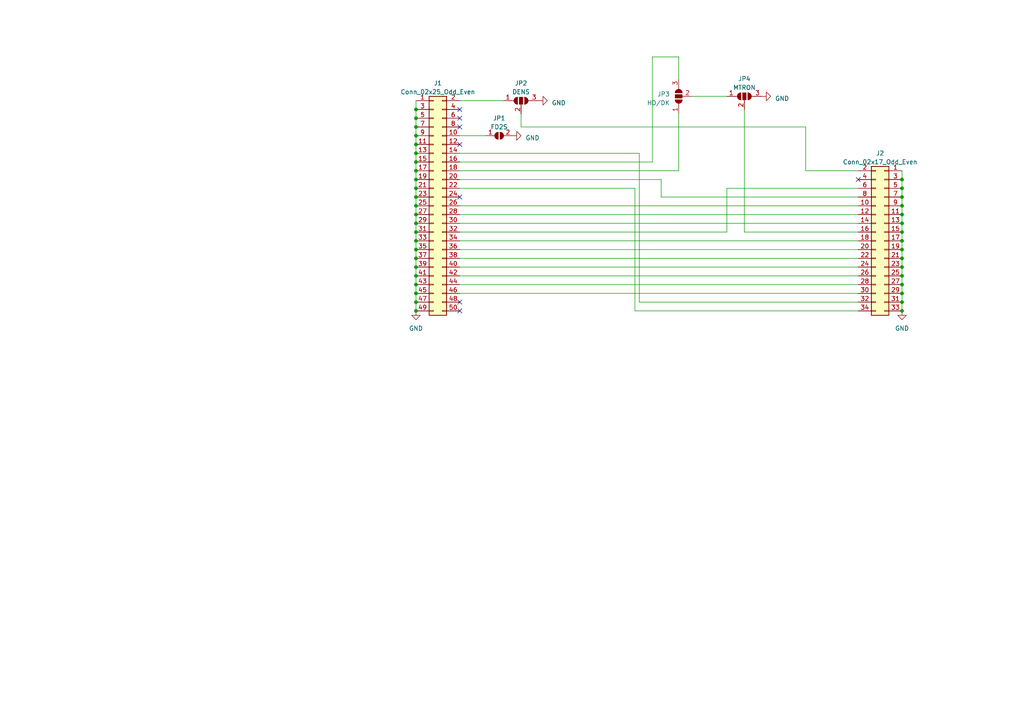
<source format=kicad_sch>
(kicad_sch (version 20230121) (generator eeschema)

  (uuid db3b844b-1b53-432e-aedc-54d28d814540)

  (paper "A4")

  (lib_symbols
    (symbol "Connector_Generic:Conn_02x17_Odd_Even" (pin_names (offset 1.016) hide) (in_bom yes) (on_board yes)
      (property "Reference" "J" (at 1.27 22.86 0)
        (effects (font (size 1.27 1.27)))
      )
      (property "Value" "Conn_02x17_Odd_Even" (at 1.27 -22.86 0)
        (effects (font (size 1.27 1.27)))
      )
      (property "Footprint" "" (at 0 0 0)
        (effects (font (size 1.27 1.27)) hide)
      )
      (property "Datasheet" "~" (at 0 0 0)
        (effects (font (size 1.27 1.27)) hide)
      )
      (property "ki_keywords" "connector" (at 0 0 0)
        (effects (font (size 1.27 1.27)) hide)
      )
      (property "ki_description" "Generic connector, double row, 02x17, odd/even pin numbering scheme (row 1 odd numbers, row 2 even numbers), script generated (kicad-library-utils/schlib/autogen/connector/)" (at 0 0 0)
        (effects (font (size 1.27 1.27)) hide)
      )
      (property "ki_fp_filters" "Connector*:*_2x??_*" (at 0 0 0)
        (effects (font (size 1.27 1.27)) hide)
      )
      (symbol "Conn_02x17_Odd_Even_1_1"
        (rectangle (start -1.27 -20.193) (end 0 -20.447)
          (stroke (width 0.1524) (type default))
          (fill (type none))
        )
        (rectangle (start -1.27 -17.653) (end 0 -17.907)
          (stroke (width 0.1524) (type default))
          (fill (type none))
        )
        (rectangle (start -1.27 -15.113) (end 0 -15.367)
          (stroke (width 0.1524) (type default))
          (fill (type none))
        )
        (rectangle (start -1.27 -12.573) (end 0 -12.827)
          (stroke (width 0.1524) (type default))
          (fill (type none))
        )
        (rectangle (start -1.27 -10.033) (end 0 -10.287)
          (stroke (width 0.1524) (type default))
          (fill (type none))
        )
        (rectangle (start -1.27 -7.493) (end 0 -7.747)
          (stroke (width 0.1524) (type default))
          (fill (type none))
        )
        (rectangle (start -1.27 -4.953) (end 0 -5.207)
          (stroke (width 0.1524) (type default))
          (fill (type none))
        )
        (rectangle (start -1.27 -2.413) (end 0 -2.667)
          (stroke (width 0.1524) (type default))
          (fill (type none))
        )
        (rectangle (start -1.27 0.127) (end 0 -0.127)
          (stroke (width 0.1524) (type default))
          (fill (type none))
        )
        (rectangle (start -1.27 2.667) (end 0 2.413)
          (stroke (width 0.1524) (type default))
          (fill (type none))
        )
        (rectangle (start -1.27 5.207) (end 0 4.953)
          (stroke (width 0.1524) (type default))
          (fill (type none))
        )
        (rectangle (start -1.27 7.747) (end 0 7.493)
          (stroke (width 0.1524) (type default))
          (fill (type none))
        )
        (rectangle (start -1.27 10.287) (end 0 10.033)
          (stroke (width 0.1524) (type default))
          (fill (type none))
        )
        (rectangle (start -1.27 12.827) (end 0 12.573)
          (stroke (width 0.1524) (type default))
          (fill (type none))
        )
        (rectangle (start -1.27 15.367) (end 0 15.113)
          (stroke (width 0.1524) (type default))
          (fill (type none))
        )
        (rectangle (start -1.27 17.907) (end 0 17.653)
          (stroke (width 0.1524) (type default))
          (fill (type none))
        )
        (rectangle (start -1.27 20.447) (end 0 20.193)
          (stroke (width 0.1524) (type default))
          (fill (type none))
        )
        (rectangle (start -1.27 21.59) (end 3.81 -21.59)
          (stroke (width 0.254) (type default))
          (fill (type background))
        )
        (rectangle (start 3.81 -20.193) (end 2.54 -20.447)
          (stroke (width 0.1524) (type default))
          (fill (type none))
        )
        (rectangle (start 3.81 -17.653) (end 2.54 -17.907)
          (stroke (width 0.1524) (type default))
          (fill (type none))
        )
        (rectangle (start 3.81 -15.113) (end 2.54 -15.367)
          (stroke (width 0.1524) (type default))
          (fill (type none))
        )
        (rectangle (start 3.81 -12.573) (end 2.54 -12.827)
          (stroke (width 0.1524) (type default))
          (fill (type none))
        )
        (rectangle (start 3.81 -10.033) (end 2.54 -10.287)
          (stroke (width 0.1524) (type default))
          (fill (type none))
        )
        (rectangle (start 3.81 -7.493) (end 2.54 -7.747)
          (stroke (width 0.1524) (type default))
          (fill (type none))
        )
        (rectangle (start 3.81 -4.953) (end 2.54 -5.207)
          (stroke (width 0.1524) (type default))
          (fill (type none))
        )
        (rectangle (start 3.81 -2.413) (end 2.54 -2.667)
          (stroke (width 0.1524) (type default))
          (fill (type none))
        )
        (rectangle (start 3.81 0.127) (end 2.54 -0.127)
          (stroke (width 0.1524) (type default))
          (fill (type none))
        )
        (rectangle (start 3.81 2.667) (end 2.54 2.413)
          (stroke (width 0.1524) (type default))
          (fill (type none))
        )
        (rectangle (start 3.81 5.207) (end 2.54 4.953)
          (stroke (width 0.1524) (type default))
          (fill (type none))
        )
        (rectangle (start 3.81 7.747) (end 2.54 7.493)
          (stroke (width 0.1524) (type default))
          (fill (type none))
        )
        (rectangle (start 3.81 10.287) (end 2.54 10.033)
          (stroke (width 0.1524) (type default))
          (fill (type none))
        )
        (rectangle (start 3.81 12.827) (end 2.54 12.573)
          (stroke (width 0.1524) (type default))
          (fill (type none))
        )
        (rectangle (start 3.81 15.367) (end 2.54 15.113)
          (stroke (width 0.1524) (type default))
          (fill (type none))
        )
        (rectangle (start 3.81 17.907) (end 2.54 17.653)
          (stroke (width 0.1524) (type default))
          (fill (type none))
        )
        (rectangle (start 3.81 20.447) (end 2.54 20.193)
          (stroke (width 0.1524) (type default))
          (fill (type none))
        )
        (pin passive line (at -5.08 20.32 0) (length 3.81)
          (name "Pin_1" (effects (font (size 1.27 1.27))))
          (number "1" (effects (font (size 1.27 1.27))))
        )
        (pin passive line (at 7.62 10.16 180) (length 3.81)
          (name "Pin_10" (effects (font (size 1.27 1.27))))
          (number "10" (effects (font (size 1.27 1.27))))
        )
        (pin passive line (at -5.08 7.62 0) (length 3.81)
          (name "Pin_11" (effects (font (size 1.27 1.27))))
          (number "11" (effects (font (size 1.27 1.27))))
        )
        (pin passive line (at 7.62 7.62 180) (length 3.81)
          (name "Pin_12" (effects (font (size 1.27 1.27))))
          (number "12" (effects (font (size 1.27 1.27))))
        )
        (pin passive line (at -5.08 5.08 0) (length 3.81)
          (name "Pin_13" (effects (font (size 1.27 1.27))))
          (number "13" (effects (font (size 1.27 1.27))))
        )
        (pin passive line (at 7.62 5.08 180) (length 3.81)
          (name "Pin_14" (effects (font (size 1.27 1.27))))
          (number "14" (effects (font (size 1.27 1.27))))
        )
        (pin passive line (at -5.08 2.54 0) (length 3.81)
          (name "Pin_15" (effects (font (size 1.27 1.27))))
          (number "15" (effects (font (size 1.27 1.27))))
        )
        (pin passive line (at 7.62 2.54 180) (length 3.81)
          (name "Pin_16" (effects (font (size 1.27 1.27))))
          (number "16" (effects (font (size 1.27 1.27))))
        )
        (pin passive line (at -5.08 0 0) (length 3.81)
          (name "Pin_17" (effects (font (size 1.27 1.27))))
          (number "17" (effects (font (size 1.27 1.27))))
        )
        (pin passive line (at 7.62 0 180) (length 3.81)
          (name "Pin_18" (effects (font (size 1.27 1.27))))
          (number "18" (effects (font (size 1.27 1.27))))
        )
        (pin passive line (at -5.08 -2.54 0) (length 3.81)
          (name "Pin_19" (effects (font (size 1.27 1.27))))
          (number "19" (effects (font (size 1.27 1.27))))
        )
        (pin passive line (at 7.62 20.32 180) (length 3.81)
          (name "Pin_2" (effects (font (size 1.27 1.27))))
          (number "2" (effects (font (size 1.27 1.27))))
        )
        (pin passive line (at 7.62 -2.54 180) (length 3.81)
          (name "Pin_20" (effects (font (size 1.27 1.27))))
          (number "20" (effects (font (size 1.27 1.27))))
        )
        (pin passive line (at -5.08 -5.08 0) (length 3.81)
          (name "Pin_21" (effects (font (size 1.27 1.27))))
          (number "21" (effects (font (size 1.27 1.27))))
        )
        (pin passive line (at 7.62 -5.08 180) (length 3.81)
          (name "Pin_22" (effects (font (size 1.27 1.27))))
          (number "22" (effects (font (size 1.27 1.27))))
        )
        (pin passive line (at -5.08 -7.62 0) (length 3.81)
          (name "Pin_23" (effects (font (size 1.27 1.27))))
          (number "23" (effects (font (size 1.27 1.27))))
        )
        (pin passive line (at 7.62 -7.62 180) (length 3.81)
          (name "Pin_24" (effects (font (size 1.27 1.27))))
          (number "24" (effects (font (size 1.27 1.27))))
        )
        (pin passive line (at -5.08 -10.16 0) (length 3.81)
          (name "Pin_25" (effects (font (size 1.27 1.27))))
          (number "25" (effects (font (size 1.27 1.27))))
        )
        (pin passive line (at 7.62 -10.16 180) (length 3.81)
          (name "Pin_26" (effects (font (size 1.27 1.27))))
          (number "26" (effects (font (size 1.27 1.27))))
        )
        (pin passive line (at -5.08 -12.7 0) (length 3.81)
          (name "Pin_27" (effects (font (size 1.27 1.27))))
          (number "27" (effects (font (size 1.27 1.27))))
        )
        (pin passive line (at 7.62 -12.7 180) (length 3.81)
          (name "Pin_28" (effects (font (size 1.27 1.27))))
          (number "28" (effects (font (size 1.27 1.27))))
        )
        (pin passive line (at -5.08 -15.24 0) (length 3.81)
          (name "Pin_29" (effects (font (size 1.27 1.27))))
          (number "29" (effects (font (size 1.27 1.27))))
        )
        (pin passive line (at -5.08 17.78 0) (length 3.81)
          (name "Pin_3" (effects (font (size 1.27 1.27))))
          (number "3" (effects (font (size 1.27 1.27))))
        )
        (pin passive line (at 7.62 -15.24 180) (length 3.81)
          (name "Pin_30" (effects (font (size 1.27 1.27))))
          (number "30" (effects (font (size 1.27 1.27))))
        )
        (pin passive line (at -5.08 -17.78 0) (length 3.81)
          (name "Pin_31" (effects (font (size 1.27 1.27))))
          (number "31" (effects (font (size 1.27 1.27))))
        )
        (pin passive line (at 7.62 -17.78 180) (length 3.81)
          (name "Pin_32" (effects (font (size 1.27 1.27))))
          (number "32" (effects (font (size 1.27 1.27))))
        )
        (pin passive line (at -5.08 -20.32 0) (length 3.81)
          (name "Pin_33" (effects (font (size 1.27 1.27))))
          (number "33" (effects (font (size 1.27 1.27))))
        )
        (pin passive line (at 7.62 -20.32 180) (length 3.81)
          (name "Pin_34" (effects (font (size 1.27 1.27))))
          (number "34" (effects (font (size 1.27 1.27))))
        )
        (pin passive line (at 7.62 17.78 180) (length 3.81)
          (name "Pin_4" (effects (font (size 1.27 1.27))))
          (number "4" (effects (font (size 1.27 1.27))))
        )
        (pin passive line (at -5.08 15.24 0) (length 3.81)
          (name "Pin_5" (effects (font (size 1.27 1.27))))
          (number "5" (effects (font (size 1.27 1.27))))
        )
        (pin passive line (at 7.62 15.24 180) (length 3.81)
          (name "Pin_6" (effects (font (size 1.27 1.27))))
          (number "6" (effects (font (size 1.27 1.27))))
        )
        (pin passive line (at -5.08 12.7 0) (length 3.81)
          (name "Pin_7" (effects (font (size 1.27 1.27))))
          (number "7" (effects (font (size 1.27 1.27))))
        )
        (pin passive line (at 7.62 12.7 180) (length 3.81)
          (name "Pin_8" (effects (font (size 1.27 1.27))))
          (number "8" (effects (font (size 1.27 1.27))))
        )
        (pin passive line (at -5.08 10.16 0) (length 3.81)
          (name "Pin_9" (effects (font (size 1.27 1.27))))
          (number "9" (effects (font (size 1.27 1.27))))
        )
      )
    )
    (symbol "Connector_Generic:Conn_02x25_Odd_Even" (pin_names (offset 1.016) hide) (in_bom yes) (on_board yes)
      (property "Reference" "J" (at 1.27 33.02 0)
        (effects (font (size 1.27 1.27)))
      )
      (property "Value" "Conn_02x25_Odd_Even" (at 1.27 -33.02 0)
        (effects (font (size 1.27 1.27)))
      )
      (property "Footprint" "" (at 0 0 0)
        (effects (font (size 1.27 1.27)) hide)
      )
      (property "Datasheet" "~" (at 0 0 0)
        (effects (font (size 1.27 1.27)) hide)
      )
      (property "ki_keywords" "connector" (at 0 0 0)
        (effects (font (size 1.27 1.27)) hide)
      )
      (property "ki_description" "Generic connector, double row, 02x25, odd/even pin numbering scheme (row 1 odd numbers, row 2 even numbers), script generated (kicad-library-utils/schlib/autogen/connector/)" (at 0 0 0)
        (effects (font (size 1.27 1.27)) hide)
      )
      (property "ki_fp_filters" "Connector*:*_2x??_*" (at 0 0 0)
        (effects (font (size 1.27 1.27)) hide)
      )
      (symbol "Conn_02x25_Odd_Even_1_1"
        (rectangle (start -1.27 -30.353) (end 0 -30.607)
          (stroke (width 0.1524) (type default))
          (fill (type none))
        )
        (rectangle (start -1.27 -27.813) (end 0 -28.067)
          (stroke (width 0.1524) (type default))
          (fill (type none))
        )
        (rectangle (start -1.27 -25.273) (end 0 -25.527)
          (stroke (width 0.1524) (type default))
          (fill (type none))
        )
        (rectangle (start -1.27 -22.733) (end 0 -22.987)
          (stroke (width 0.1524) (type default))
          (fill (type none))
        )
        (rectangle (start -1.27 -20.193) (end 0 -20.447)
          (stroke (width 0.1524) (type default))
          (fill (type none))
        )
        (rectangle (start -1.27 -17.653) (end 0 -17.907)
          (stroke (width 0.1524) (type default))
          (fill (type none))
        )
        (rectangle (start -1.27 -15.113) (end 0 -15.367)
          (stroke (width 0.1524) (type default))
          (fill (type none))
        )
        (rectangle (start -1.27 -12.573) (end 0 -12.827)
          (stroke (width 0.1524) (type default))
          (fill (type none))
        )
        (rectangle (start -1.27 -10.033) (end 0 -10.287)
          (stroke (width 0.1524) (type default))
          (fill (type none))
        )
        (rectangle (start -1.27 -7.493) (end 0 -7.747)
          (stroke (width 0.1524) (type default))
          (fill (type none))
        )
        (rectangle (start -1.27 -4.953) (end 0 -5.207)
          (stroke (width 0.1524) (type default))
          (fill (type none))
        )
        (rectangle (start -1.27 -2.413) (end 0 -2.667)
          (stroke (width 0.1524) (type default))
          (fill (type none))
        )
        (rectangle (start -1.27 0.127) (end 0 -0.127)
          (stroke (width 0.1524) (type default))
          (fill (type none))
        )
        (rectangle (start -1.27 2.667) (end 0 2.413)
          (stroke (width 0.1524) (type default))
          (fill (type none))
        )
        (rectangle (start -1.27 5.207) (end 0 4.953)
          (stroke (width 0.1524) (type default))
          (fill (type none))
        )
        (rectangle (start -1.27 7.747) (end 0 7.493)
          (stroke (width 0.1524) (type default))
          (fill (type none))
        )
        (rectangle (start -1.27 10.287) (end 0 10.033)
          (stroke (width 0.1524) (type default))
          (fill (type none))
        )
        (rectangle (start -1.27 12.827) (end 0 12.573)
          (stroke (width 0.1524) (type default))
          (fill (type none))
        )
        (rectangle (start -1.27 15.367) (end 0 15.113)
          (stroke (width 0.1524) (type default))
          (fill (type none))
        )
        (rectangle (start -1.27 17.907) (end 0 17.653)
          (stroke (width 0.1524) (type default))
          (fill (type none))
        )
        (rectangle (start -1.27 20.447) (end 0 20.193)
          (stroke (width 0.1524) (type default))
          (fill (type none))
        )
        (rectangle (start -1.27 22.987) (end 0 22.733)
          (stroke (width 0.1524) (type default))
          (fill (type none))
        )
        (rectangle (start -1.27 25.527) (end 0 25.273)
          (stroke (width 0.1524) (type default))
          (fill (type none))
        )
        (rectangle (start -1.27 28.067) (end 0 27.813)
          (stroke (width 0.1524) (type default))
          (fill (type none))
        )
        (rectangle (start -1.27 30.607) (end 0 30.353)
          (stroke (width 0.1524) (type default))
          (fill (type none))
        )
        (rectangle (start -1.27 31.75) (end 3.81 -31.75)
          (stroke (width 0.254) (type default))
          (fill (type background))
        )
        (rectangle (start 3.81 -30.353) (end 2.54 -30.607)
          (stroke (width 0.1524) (type default))
          (fill (type none))
        )
        (rectangle (start 3.81 -27.813) (end 2.54 -28.067)
          (stroke (width 0.1524) (type default))
          (fill (type none))
        )
        (rectangle (start 3.81 -25.273) (end 2.54 -25.527)
          (stroke (width 0.1524) (type default))
          (fill (type none))
        )
        (rectangle (start 3.81 -22.733) (end 2.54 -22.987)
          (stroke (width 0.1524) (type default))
          (fill (type none))
        )
        (rectangle (start 3.81 -20.193) (end 2.54 -20.447)
          (stroke (width 0.1524) (type default))
          (fill (type none))
        )
        (rectangle (start 3.81 -17.653) (end 2.54 -17.907)
          (stroke (width 0.1524) (type default))
          (fill (type none))
        )
        (rectangle (start 3.81 -15.113) (end 2.54 -15.367)
          (stroke (width 0.1524) (type default))
          (fill (type none))
        )
        (rectangle (start 3.81 -12.573) (end 2.54 -12.827)
          (stroke (width 0.1524) (type default))
          (fill (type none))
        )
        (rectangle (start 3.81 -10.033) (end 2.54 -10.287)
          (stroke (width 0.1524) (type default))
          (fill (type none))
        )
        (rectangle (start 3.81 -7.493) (end 2.54 -7.747)
          (stroke (width 0.1524) (type default))
          (fill (type none))
        )
        (rectangle (start 3.81 -4.953) (end 2.54 -5.207)
          (stroke (width 0.1524) (type default))
          (fill (type none))
        )
        (rectangle (start 3.81 -2.413) (end 2.54 -2.667)
          (stroke (width 0.1524) (type default))
          (fill (type none))
        )
        (rectangle (start 3.81 0.127) (end 2.54 -0.127)
          (stroke (width 0.1524) (type default))
          (fill (type none))
        )
        (rectangle (start 3.81 2.667) (end 2.54 2.413)
          (stroke (width 0.1524) (type default))
          (fill (type none))
        )
        (rectangle (start 3.81 5.207) (end 2.54 4.953)
          (stroke (width 0.1524) (type default))
          (fill (type none))
        )
        (rectangle (start 3.81 7.747) (end 2.54 7.493)
          (stroke (width 0.1524) (type default))
          (fill (type none))
        )
        (rectangle (start 3.81 10.287) (end 2.54 10.033)
          (stroke (width 0.1524) (type default))
          (fill (type none))
        )
        (rectangle (start 3.81 12.827) (end 2.54 12.573)
          (stroke (width 0.1524) (type default))
          (fill (type none))
        )
        (rectangle (start 3.81 15.367) (end 2.54 15.113)
          (stroke (width 0.1524) (type default))
          (fill (type none))
        )
        (rectangle (start 3.81 17.907) (end 2.54 17.653)
          (stroke (width 0.1524) (type default))
          (fill (type none))
        )
        (rectangle (start 3.81 20.447) (end 2.54 20.193)
          (stroke (width 0.1524) (type default))
          (fill (type none))
        )
        (rectangle (start 3.81 22.987) (end 2.54 22.733)
          (stroke (width 0.1524) (type default))
          (fill (type none))
        )
        (rectangle (start 3.81 25.527) (end 2.54 25.273)
          (stroke (width 0.1524) (type default))
          (fill (type none))
        )
        (rectangle (start 3.81 28.067) (end 2.54 27.813)
          (stroke (width 0.1524) (type default))
          (fill (type none))
        )
        (rectangle (start 3.81 30.607) (end 2.54 30.353)
          (stroke (width 0.1524) (type default))
          (fill (type none))
        )
        (pin passive line (at -5.08 30.48 0) (length 3.81)
          (name "Pin_1" (effects (font (size 1.27 1.27))))
          (number "1" (effects (font (size 1.27 1.27))))
        )
        (pin passive line (at 7.62 20.32 180) (length 3.81)
          (name "Pin_10" (effects (font (size 1.27 1.27))))
          (number "10" (effects (font (size 1.27 1.27))))
        )
        (pin passive line (at -5.08 17.78 0) (length 3.81)
          (name "Pin_11" (effects (font (size 1.27 1.27))))
          (number "11" (effects (font (size 1.27 1.27))))
        )
        (pin passive line (at 7.62 17.78 180) (length 3.81)
          (name "Pin_12" (effects (font (size 1.27 1.27))))
          (number "12" (effects (font (size 1.27 1.27))))
        )
        (pin passive line (at -5.08 15.24 0) (length 3.81)
          (name "Pin_13" (effects (font (size 1.27 1.27))))
          (number "13" (effects (font (size 1.27 1.27))))
        )
        (pin passive line (at 7.62 15.24 180) (length 3.81)
          (name "Pin_14" (effects (font (size 1.27 1.27))))
          (number "14" (effects (font (size 1.27 1.27))))
        )
        (pin passive line (at -5.08 12.7 0) (length 3.81)
          (name "Pin_15" (effects (font (size 1.27 1.27))))
          (number "15" (effects (font (size 1.27 1.27))))
        )
        (pin passive line (at 7.62 12.7 180) (length 3.81)
          (name "Pin_16" (effects (font (size 1.27 1.27))))
          (number "16" (effects (font (size 1.27 1.27))))
        )
        (pin passive line (at -5.08 10.16 0) (length 3.81)
          (name "Pin_17" (effects (font (size 1.27 1.27))))
          (number "17" (effects (font (size 1.27 1.27))))
        )
        (pin passive line (at 7.62 10.16 180) (length 3.81)
          (name "Pin_18" (effects (font (size 1.27 1.27))))
          (number "18" (effects (font (size 1.27 1.27))))
        )
        (pin passive line (at -5.08 7.62 0) (length 3.81)
          (name "Pin_19" (effects (font (size 1.27 1.27))))
          (number "19" (effects (font (size 1.27 1.27))))
        )
        (pin passive line (at 7.62 30.48 180) (length 3.81)
          (name "Pin_2" (effects (font (size 1.27 1.27))))
          (number "2" (effects (font (size 1.27 1.27))))
        )
        (pin passive line (at 7.62 7.62 180) (length 3.81)
          (name "Pin_20" (effects (font (size 1.27 1.27))))
          (number "20" (effects (font (size 1.27 1.27))))
        )
        (pin passive line (at -5.08 5.08 0) (length 3.81)
          (name "Pin_21" (effects (font (size 1.27 1.27))))
          (number "21" (effects (font (size 1.27 1.27))))
        )
        (pin passive line (at 7.62 5.08 180) (length 3.81)
          (name "Pin_22" (effects (font (size 1.27 1.27))))
          (number "22" (effects (font (size 1.27 1.27))))
        )
        (pin passive line (at -5.08 2.54 0) (length 3.81)
          (name "Pin_23" (effects (font (size 1.27 1.27))))
          (number "23" (effects (font (size 1.27 1.27))))
        )
        (pin passive line (at 7.62 2.54 180) (length 3.81)
          (name "Pin_24" (effects (font (size 1.27 1.27))))
          (number "24" (effects (font (size 1.27 1.27))))
        )
        (pin passive line (at -5.08 0 0) (length 3.81)
          (name "Pin_25" (effects (font (size 1.27 1.27))))
          (number "25" (effects (font (size 1.27 1.27))))
        )
        (pin passive line (at 7.62 0 180) (length 3.81)
          (name "Pin_26" (effects (font (size 1.27 1.27))))
          (number "26" (effects (font (size 1.27 1.27))))
        )
        (pin passive line (at -5.08 -2.54 0) (length 3.81)
          (name "Pin_27" (effects (font (size 1.27 1.27))))
          (number "27" (effects (font (size 1.27 1.27))))
        )
        (pin passive line (at 7.62 -2.54 180) (length 3.81)
          (name "Pin_28" (effects (font (size 1.27 1.27))))
          (number "28" (effects (font (size 1.27 1.27))))
        )
        (pin passive line (at -5.08 -5.08 0) (length 3.81)
          (name "Pin_29" (effects (font (size 1.27 1.27))))
          (number "29" (effects (font (size 1.27 1.27))))
        )
        (pin passive line (at -5.08 27.94 0) (length 3.81)
          (name "Pin_3" (effects (font (size 1.27 1.27))))
          (number "3" (effects (font (size 1.27 1.27))))
        )
        (pin passive line (at 7.62 -5.08 180) (length 3.81)
          (name "Pin_30" (effects (font (size 1.27 1.27))))
          (number "30" (effects (font (size 1.27 1.27))))
        )
        (pin passive line (at -5.08 -7.62 0) (length 3.81)
          (name "Pin_31" (effects (font (size 1.27 1.27))))
          (number "31" (effects (font (size 1.27 1.27))))
        )
        (pin passive line (at 7.62 -7.62 180) (length 3.81)
          (name "Pin_32" (effects (font (size 1.27 1.27))))
          (number "32" (effects (font (size 1.27 1.27))))
        )
        (pin passive line (at -5.08 -10.16 0) (length 3.81)
          (name "Pin_33" (effects (font (size 1.27 1.27))))
          (number "33" (effects (font (size 1.27 1.27))))
        )
        (pin passive line (at 7.62 -10.16 180) (length 3.81)
          (name "Pin_34" (effects (font (size 1.27 1.27))))
          (number "34" (effects (font (size 1.27 1.27))))
        )
        (pin passive line (at -5.08 -12.7 0) (length 3.81)
          (name "Pin_35" (effects (font (size 1.27 1.27))))
          (number "35" (effects (font (size 1.27 1.27))))
        )
        (pin passive line (at 7.62 -12.7 180) (length 3.81)
          (name "Pin_36" (effects (font (size 1.27 1.27))))
          (number "36" (effects (font (size 1.27 1.27))))
        )
        (pin passive line (at -5.08 -15.24 0) (length 3.81)
          (name "Pin_37" (effects (font (size 1.27 1.27))))
          (number "37" (effects (font (size 1.27 1.27))))
        )
        (pin passive line (at 7.62 -15.24 180) (length 3.81)
          (name "Pin_38" (effects (font (size 1.27 1.27))))
          (number "38" (effects (font (size 1.27 1.27))))
        )
        (pin passive line (at -5.08 -17.78 0) (length 3.81)
          (name "Pin_39" (effects (font (size 1.27 1.27))))
          (number "39" (effects (font (size 1.27 1.27))))
        )
        (pin passive line (at 7.62 27.94 180) (length 3.81)
          (name "Pin_4" (effects (font (size 1.27 1.27))))
          (number "4" (effects (font (size 1.27 1.27))))
        )
        (pin passive line (at 7.62 -17.78 180) (length 3.81)
          (name "Pin_40" (effects (font (size 1.27 1.27))))
          (number "40" (effects (font (size 1.27 1.27))))
        )
        (pin passive line (at -5.08 -20.32 0) (length 3.81)
          (name "Pin_41" (effects (font (size 1.27 1.27))))
          (number "41" (effects (font (size 1.27 1.27))))
        )
        (pin passive line (at 7.62 -20.32 180) (length 3.81)
          (name "Pin_42" (effects (font (size 1.27 1.27))))
          (number "42" (effects (font (size 1.27 1.27))))
        )
        (pin passive line (at -5.08 -22.86 0) (length 3.81)
          (name "Pin_43" (effects (font (size 1.27 1.27))))
          (number "43" (effects (font (size 1.27 1.27))))
        )
        (pin passive line (at 7.62 -22.86 180) (length 3.81)
          (name "Pin_44" (effects (font (size 1.27 1.27))))
          (number "44" (effects (font (size 1.27 1.27))))
        )
        (pin passive line (at -5.08 -25.4 0) (length 3.81)
          (name "Pin_45" (effects (font (size 1.27 1.27))))
          (number "45" (effects (font (size 1.27 1.27))))
        )
        (pin passive line (at 7.62 -25.4 180) (length 3.81)
          (name "Pin_46" (effects (font (size 1.27 1.27))))
          (number "46" (effects (font (size 1.27 1.27))))
        )
        (pin passive line (at -5.08 -27.94 0) (length 3.81)
          (name "Pin_47" (effects (font (size 1.27 1.27))))
          (number "47" (effects (font (size 1.27 1.27))))
        )
        (pin passive line (at 7.62 -27.94 180) (length 3.81)
          (name "Pin_48" (effects (font (size 1.27 1.27))))
          (number "48" (effects (font (size 1.27 1.27))))
        )
        (pin passive line (at -5.08 -30.48 0) (length 3.81)
          (name "Pin_49" (effects (font (size 1.27 1.27))))
          (number "49" (effects (font (size 1.27 1.27))))
        )
        (pin passive line (at -5.08 25.4 0) (length 3.81)
          (name "Pin_5" (effects (font (size 1.27 1.27))))
          (number "5" (effects (font (size 1.27 1.27))))
        )
        (pin passive line (at 7.62 -30.48 180) (length 3.81)
          (name "Pin_50" (effects (font (size 1.27 1.27))))
          (number "50" (effects (font (size 1.27 1.27))))
        )
        (pin passive line (at 7.62 25.4 180) (length 3.81)
          (name "Pin_6" (effects (font (size 1.27 1.27))))
          (number "6" (effects (font (size 1.27 1.27))))
        )
        (pin passive line (at -5.08 22.86 0) (length 3.81)
          (name "Pin_7" (effects (font (size 1.27 1.27))))
          (number "7" (effects (font (size 1.27 1.27))))
        )
        (pin passive line (at 7.62 22.86 180) (length 3.81)
          (name "Pin_8" (effects (font (size 1.27 1.27))))
          (number "8" (effects (font (size 1.27 1.27))))
        )
        (pin passive line (at -5.08 20.32 0) (length 3.81)
          (name "Pin_9" (effects (font (size 1.27 1.27))))
          (number "9" (effects (font (size 1.27 1.27))))
        )
      )
    )
    (symbol "Jumper:SolderJumper_2_Open" (pin_names (offset 0) hide) (in_bom yes) (on_board yes)
      (property "Reference" "JP" (at 0 2.032 0)
        (effects (font (size 1.27 1.27)))
      )
      (property "Value" "SolderJumper_2_Open" (at 0 -2.54 0)
        (effects (font (size 1.27 1.27)))
      )
      (property "Footprint" "" (at 0 0 0)
        (effects (font (size 1.27 1.27)) hide)
      )
      (property "Datasheet" "~" (at 0 0 0)
        (effects (font (size 1.27 1.27)) hide)
      )
      (property "ki_keywords" "solder jumper SPST" (at 0 0 0)
        (effects (font (size 1.27 1.27)) hide)
      )
      (property "ki_description" "Solder Jumper, 2-pole, open" (at 0 0 0)
        (effects (font (size 1.27 1.27)) hide)
      )
      (property "ki_fp_filters" "SolderJumper*Open*" (at 0 0 0)
        (effects (font (size 1.27 1.27)) hide)
      )
      (symbol "SolderJumper_2_Open_0_1"
        (arc (start -0.254 1.016) (mid -1.2656 0) (end -0.254 -1.016)
          (stroke (width 0) (type default))
          (fill (type none))
        )
        (arc (start -0.254 1.016) (mid -1.2656 0) (end -0.254 -1.016)
          (stroke (width 0) (type default))
          (fill (type outline))
        )
        (polyline
          (pts
            (xy -0.254 1.016)
            (xy -0.254 -1.016)
          )
          (stroke (width 0) (type default))
          (fill (type none))
        )
        (polyline
          (pts
            (xy 0.254 1.016)
            (xy 0.254 -1.016)
          )
          (stroke (width 0) (type default))
          (fill (type none))
        )
        (arc (start 0.254 -1.016) (mid 1.2656 0) (end 0.254 1.016)
          (stroke (width 0) (type default))
          (fill (type none))
        )
        (arc (start 0.254 -1.016) (mid 1.2656 0) (end 0.254 1.016)
          (stroke (width 0) (type default))
          (fill (type outline))
        )
      )
      (symbol "SolderJumper_2_Open_1_1"
        (pin passive line (at -3.81 0 0) (length 2.54)
          (name "A" (effects (font (size 1.27 1.27))))
          (number "1" (effects (font (size 1.27 1.27))))
        )
        (pin passive line (at 3.81 0 180) (length 2.54)
          (name "B" (effects (font (size 1.27 1.27))))
          (number "2" (effects (font (size 1.27 1.27))))
        )
      )
    )
    (symbol "Jumper:SolderJumper_3_Open" (pin_names (offset 0) hide) (in_bom yes) (on_board yes)
      (property "Reference" "JP" (at -2.54 -2.54 0)
        (effects (font (size 1.27 1.27)))
      )
      (property "Value" "SolderJumper_3_Open" (at 0 2.794 0)
        (effects (font (size 1.27 1.27)))
      )
      (property "Footprint" "" (at 0 0 0)
        (effects (font (size 1.27 1.27)) hide)
      )
      (property "Datasheet" "~" (at 0 0 0)
        (effects (font (size 1.27 1.27)) hide)
      )
      (property "ki_keywords" "Solder Jumper SPDT" (at 0 0 0)
        (effects (font (size 1.27 1.27)) hide)
      )
      (property "ki_description" "Solder Jumper, 3-pole, open" (at 0 0 0)
        (effects (font (size 1.27 1.27)) hide)
      )
      (property "ki_fp_filters" "SolderJumper*Open*" (at 0 0 0)
        (effects (font (size 1.27 1.27)) hide)
      )
      (symbol "SolderJumper_3_Open_0_1"
        (arc (start -1.016 1.016) (mid -2.0276 0) (end -1.016 -1.016)
          (stroke (width 0) (type default))
          (fill (type none))
        )
        (arc (start -1.016 1.016) (mid -2.0276 0) (end -1.016 -1.016)
          (stroke (width 0) (type default))
          (fill (type outline))
        )
        (rectangle (start -0.508 1.016) (end 0.508 -1.016)
          (stroke (width 0) (type default))
          (fill (type outline))
        )
        (polyline
          (pts
            (xy -2.54 0)
            (xy -2.032 0)
          )
          (stroke (width 0) (type default))
          (fill (type none))
        )
        (polyline
          (pts
            (xy -1.016 1.016)
            (xy -1.016 -1.016)
          )
          (stroke (width 0) (type default))
          (fill (type none))
        )
        (polyline
          (pts
            (xy 0 -1.27)
            (xy 0 -1.016)
          )
          (stroke (width 0) (type default))
          (fill (type none))
        )
        (polyline
          (pts
            (xy 1.016 1.016)
            (xy 1.016 -1.016)
          )
          (stroke (width 0) (type default))
          (fill (type none))
        )
        (polyline
          (pts
            (xy 2.54 0)
            (xy 2.032 0)
          )
          (stroke (width 0) (type default))
          (fill (type none))
        )
        (arc (start 1.016 -1.016) (mid 2.0276 0) (end 1.016 1.016)
          (stroke (width 0) (type default))
          (fill (type none))
        )
        (arc (start 1.016 -1.016) (mid 2.0276 0) (end 1.016 1.016)
          (stroke (width 0) (type default))
          (fill (type outline))
        )
      )
      (symbol "SolderJumper_3_Open_1_1"
        (pin passive line (at -5.08 0 0) (length 2.54)
          (name "A" (effects (font (size 1.27 1.27))))
          (number "1" (effects (font (size 1.27 1.27))))
        )
        (pin passive line (at 0 -3.81 90) (length 2.54)
          (name "C" (effects (font (size 1.27 1.27))))
          (number "2" (effects (font (size 1.27 1.27))))
        )
        (pin passive line (at 5.08 0 180) (length 2.54)
          (name "B" (effects (font (size 1.27 1.27))))
          (number "3" (effects (font (size 1.27 1.27))))
        )
      )
    )
    (symbol "power:GND" (power) (pin_names (offset 0)) (in_bom yes) (on_board yes)
      (property "Reference" "#PWR" (at 0 -6.35 0)
        (effects (font (size 1.27 1.27)) hide)
      )
      (property "Value" "GND" (at 0 -3.81 0)
        (effects (font (size 1.27 1.27)))
      )
      (property "Footprint" "" (at 0 0 0)
        (effects (font (size 1.27 1.27)) hide)
      )
      (property "Datasheet" "" (at 0 0 0)
        (effects (font (size 1.27 1.27)) hide)
      )
      (property "ki_keywords" "global power" (at 0 0 0)
        (effects (font (size 1.27 1.27)) hide)
      )
      (property "ki_description" "Power symbol creates a global label with name \"GND\" , ground" (at 0 0 0)
        (effects (font (size 1.27 1.27)) hide)
      )
      (symbol "GND_0_1"
        (polyline
          (pts
            (xy 0 0)
            (xy 0 -1.27)
            (xy 1.27 -1.27)
            (xy 0 -2.54)
            (xy -1.27 -1.27)
            (xy 0 -1.27)
          )
          (stroke (width 0) (type default))
          (fill (type none))
        )
      )
      (symbol "GND_1_1"
        (pin power_in line (at 0 0 270) (length 0) hide
          (name "GND" (effects (font (size 1.27 1.27))))
          (number "1" (effects (font (size 1.27 1.27))))
        )
      )
    )
  )

  (junction (at 120.65 44.45) (diameter 0) (color 0 0 0 0)
    (uuid 0055fad0-457c-479c-8de2-1857f91c054d)
  )
  (junction (at 120.65 62.23) (diameter 0) (color 0 0 0 0)
    (uuid 08f220bd-9b8a-4092-999f-0d6ad9bd8bcc)
  )
  (junction (at 261.62 85.09) (diameter 0) (color 0 0 0 0)
    (uuid 09494a08-b30c-4952-80ab-ff3b2c13f3f5)
  )
  (junction (at 261.62 82.55) (diameter 0) (color 0 0 0 0)
    (uuid 0aae8338-efe1-40f7-b2c0-4fe93cbf0af9)
  )
  (junction (at 120.65 52.07) (diameter 0) (color 0 0 0 0)
    (uuid 18a98cbd-c086-4baa-b92a-1c597d85dbe9)
  )
  (junction (at 261.62 77.47) (diameter 0) (color 0 0 0 0)
    (uuid 1a7c001f-6c54-44d2-8f47-903677579970)
  )
  (junction (at 120.65 36.83) (diameter 0) (color 0 0 0 0)
    (uuid 2ec932e7-0350-46e7-8cad-9db2dfae348e)
  )
  (junction (at 261.62 72.39) (diameter 0) (color 0 0 0 0)
    (uuid 31bab83a-1d28-4974-bf8f-3aa8475dc1a5)
  )
  (junction (at 120.65 34.29) (diameter 0) (color 0 0 0 0)
    (uuid 37a9430f-38a8-46de-a9c5-b9e5cb182209)
  )
  (junction (at 120.65 77.47) (diameter 0) (color 0 0 0 0)
    (uuid 3ddbe27f-eb1c-4016-afd6-6d620b8b2f1c)
  )
  (junction (at 261.62 80.01) (diameter 0) (color 0 0 0 0)
    (uuid 45091a3e-2c81-4c0c-b6f9-5ed551c3c8ad)
  )
  (junction (at 261.62 69.85) (diameter 0) (color 0 0 0 0)
    (uuid 4be60939-83e5-46ec-b9cb-06d3cb48411e)
  )
  (junction (at 120.65 72.39) (diameter 0) (color 0 0 0 0)
    (uuid 50dc8351-cf5d-4a7e-b45f-24983e648df3)
  )
  (junction (at 120.65 39.37) (diameter 0) (color 0 0 0 0)
    (uuid 5bf78f5c-6293-49d5-bb9e-5803b58cc497)
  )
  (junction (at 120.65 90.17) (diameter 0) (color 0 0 0 0)
    (uuid 64b47343-86d8-4967-9ad3-a7bab415816a)
  )
  (junction (at 261.62 57.15) (diameter 0) (color 0 0 0 0)
    (uuid 70a47202-1c7b-4137-a498-05077ac0417e)
  )
  (junction (at 120.65 80.01) (diameter 0) (color 0 0 0 0)
    (uuid 72744dc5-ac07-4f0e-8eff-d0258d58eb98)
  )
  (junction (at 120.65 49.53) (diameter 0) (color 0 0 0 0)
    (uuid 74aa94cb-ff36-4b55-8e6d-12678de862d6)
  )
  (junction (at 120.65 57.15) (diameter 0) (color 0 0 0 0)
    (uuid 7b4290b7-0479-404d-bebc-287641ebb877)
  )
  (junction (at 120.65 82.55) (diameter 0) (color 0 0 0 0)
    (uuid 82b5a302-c219-42e0-93cc-14bf6bd8cdd9)
  )
  (junction (at 120.65 59.69) (diameter 0) (color 0 0 0 0)
    (uuid 9256094c-d076-4b64-9471-e08ec2bb2eac)
  )
  (junction (at 261.62 67.31) (diameter 0) (color 0 0 0 0)
    (uuid 9dc8b736-ad32-473a-9c14-47a49daa32e2)
  )
  (junction (at 120.65 46.99) (diameter 0) (color 0 0 0 0)
    (uuid 9fd492e1-9006-48c1-81f5-b1fc5263b171)
  )
  (junction (at 261.62 52.07) (diameter 0) (color 0 0 0 0)
    (uuid a263682f-66fb-4af0-a4a6-d0f74d1f67ba)
  )
  (junction (at 261.62 74.93) (diameter 0) (color 0 0 0 0)
    (uuid a28d74a4-2ea7-42bd-94af-48cf89611588)
  )
  (junction (at 120.65 41.91) (diameter 0) (color 0 0 0 0)
    (uuid a909457a-e4e3-44a9-9563-892e040cd2be)
  )
  (junction (at 261.62 90.17) (diameter 0) (color 0 0 0 0)
    (uuid aa7520bb-d10c-4cd0-afc8-7ffeb42bd659)
  )
  (junction (at 120.65 31.75) (diameter 0) (color 0 0 0 0)
    (uuid abd3d146-8af4-4e65-83a7-afc851855fe9)
  )
  (junction (at 261.62 54.61) (diameter 0) (color 0 0 0 0)
    (uuid ae636fe8-8d46-4e42-a9cc-8a54a3c309bc)
  )
  (junction (at 120.65 69.85) (diameter 0) (color 0 0 0 0)
    (uuid aebed087-850e-4ff7-9dd2-85762cdbca10)
  )
  (junction (at 120.65 54.61) (diameter 0) (color 0 0 0 0)
    (uuid b2a1e6ad-6653-469c-a8ca-cf3b10b30a85)
  )
  (junction (at 261.62 87.63) (diameter 0) (color 0 0 0 0)
    (uuid b2a42107-4814-4688-a157-b54da21112cc)
  )
  (junction (at 120.65 67.31) (diameter 0) (color 0 0 0 0)
    (uuid b31931db-f50a-466c-9527-5c55529117a5)
  )
  (junction (at 261.62 59.69) (diameter 0) (color 0 0 0 0)
    (uuid b7295c08-374b-4788-a15a-71946620ae0a)
  )
  (junction (at 120.65 87.63) (diameter 0) (color 0 0 0 0)
    (uuid d9842e11-549c-4625-9118-666d95978030)
  )
  (junction (at 261.62 62.23) (diameter 0) (color 0 0 0 0)
    (uuid deaba842-4a12-44f6-9ee6-078b98ccc27c)
  )
  (junction (at 120.65 74.93) (diameter 0) (color 0 0 0 0)
    (uuid e7a60f9c-666e-4b16-98a5-df64d848cae7)
  )
  (junction (at 120.65 64.77) (diameter 0) (color 0 0 0 0)
    (uuid eac2a75d-4d9b-405e-a7ee-a3c3def5b066)
  )
  (junction (at 120.65 85.09) (diameter 0) (color 0 0 0 0)
    (uuid ef0c575b-d7da-4e1f-a96e-a94a1392cacc)
  )
  (junction (at 261.62 64.77) (diameter 0) (color 0 0 0 0)
    (uuid f524cddc-7e4a-4ab5-9b7b-aa143445d09b)
  )

  (no_connect (at 133.35 57.15) (uuid 001cda35-4c25-46e2-9423-48ee87d871ea))
  (no_connect (at 248.92 52.07) (uuid 0302e397-f9a4-447c-a588-9ab9eb25c290))
  (no_connect (at 133.35 41.91) (uuid 2101fa86-59cf-4426-b33a-d8c29f8b3219))
  (no_connect (at 133.35 90.17) (uuid 6ab7432c-788f-4f55-a375-8551fc8c32b0))
  (no_connect (at 133.35 34.29) (uuid 6b3c75e6-6df7-4c06-a2b1-ae829ce30e50))
  (no_connect (at 133.35 36.83) (uuid 88e009d4-3c26-4c9c-a2d2-6b77d2c66351))
  (no_connect (at 133.35 87.63) (uuid a069f955-4eaf-4239-b253-853cad5a6a47))
  (no_connect (at 133.35 31.75) (uuid dc5b2787-d96e-426e-8e8a-1ae672475725))

  (wire (pts (xy 261.62 62.23) (xy 261.62 64.77))
    (stroke (width 0) (type default))
    (uuid 032d41bc-dc88-4bcf-887f-e8db38281851)
  )
  (wire (pts (xy 133.35 74.93) (xy 248.92 74.93))
    (stroke (width 0) (type default))
    (uuid 03baa94a-c498-4fac-b034-acd021d997b5)
  )
  (wire (pts (xy 120.65 44.45) (xy 120.65 46.99))
    (stroke (width 0) (type default))
    (uuid 0a9aa695-af42-4c03-9f55-81a1ed3ff97a)
  )
  (wire (pts (xy 120.65 72.39) (xy 120.65 74.93))
    (stroke (width 0) (type default))
    (uuid 0d8a73e7-4d85-4401-9e65-c0ea0533fcfb)
  )
  (wire (pts (xy 120.65 62.23) (xy 120.65 64.77))
    (stroke (width 0) (type default))
    (uuid 110993f5-c88d-4ccd-98b4-db7b99885b93)
  )
  (wire (pts (xy 133.35 59.69) (xy 248.92 59.69))
    (stroke (width 0) (type default))
    (uuid 15a59b47-95fb-4dd6-bfe3-2bef014eb820)
  )
  (wire (pts (xy 215.9 31.75) (xy 215.9 67.31))
    (stroke (width 0) (type default))
    (uuid 1b883a5f-ba56-42e2-a13c-c40288a6c618)
  )
  (wire (pts (xy 261.62 67.31) (xy 261.62 69.85))
    (stroke (width 0) (type default))
    (uuid 1f7bb939-452a-4a7c-ae23-43280ddada34)
  )
  (wire (pts (xy 261.62 64.77) (xy 261.62 67.31))
    (stroke (width 0) (type default))
    (uuid 25efda18-3acc-4f03-ac41-653592cf2dc5)
  )
  (wire (pts (xy 120.65 85.09) (xy 120.65 87.63))
    (stroke (width 0) (type default))
    (uuid 277fa7ae-b5c2-4de1-9759-2a45a5abf027)
  )
  (wire (pts (xy 189.23 46.99) (xy 189.23 16.51))
    (stroke (width 0) (type default))
    (uuid 2c3a53bf-9f35-4b18-ad93-8ab5a6093d07)
  )
  (wire (pts (xy 120.65 57.15) (xy 120.65 59.69))
    (stroke (width 0) (type default))
    (uuid 32edfb1b-47ef-466d-bd7c-2625b9e94ae0)
  )
  (wire (pts (xy 133.35 72.39) (xy 248.92 72.39))
    (stroke (width 0) (type default))
    (uuid 35c17681-4c79-47b8-be90-65d943cd03f4)
  )
  (wire (pts (xy 261.62 49.53) (xy 261.62 52.07))
    (stroke (width 0) (type default))
    (uuid 3f6c96cb-22f9-44fd-8a06-d81feef4eb54)
  )
  (wire (pts (xy 133.35 62.23) (xy 248.92 62.23))
    (stroke (width 0) (type default))
    (uuid 49ee5f9f-4abb-4f51-bf44-64c46a17445b)
  )
  (wire (pts (xy 120.65 59.69) (xy 120.65 62.23))
    (stroke (width 0) (type default))
    (uuid 4b2e25d1-56cb-40a9-98f9-c46f1518365f)
  )
  (wire (pts (xy 133.35 69.85) (xy 248.92 69.85))
    (stroke (width 0) (type default))
    (uuid 50a3ac52-1ded-4df2-8b62-09c407d93ea6)
  )
  (wire (pts (xy 133.35 67.31) (xy 210.82 67.31))
    (stroke (width 0) (type default))
    (uuid 560d66e5-5c41-477d-8fbe-9a20eb5370ed)
  )
  (wire (pts (xy 133.35 77.47) (xy 248.92 77.47))
    (stroke (width 0) (type default))
    (uuid 568b3b4d-d2fa-4199-b3f4-091bd20f83b0)
  )
  (wire (pts (xy 185.42 44.45) (xy 185.42 87.63))
    (stroke (width 0) (type default))
    (uuid 57e0d19d-1816-4979-85eb-a68c3729a9d3)
  )
  (wire (pts (xy 133.35 44.45) (xy 185.42 44.45))
    (stroke (width 0) (type default))
    (uuid 57f3b5d5-da2c-4d83-b628-43849711b2d8)
  )
  (wire (pts (xy 120.65 41.91) (xy 120.65 44.45))
    (stroke (width 0) (type default))
    (uuid 5db2b5c6-6d9f-4451-9116-517903171c8b)
  )
  (wire (pts (xy 261.62 72.39) (xy 261.62 74.93))
    (stroke (width 0) (type default))
    (uuid 618f45b3-7ed7-4d9c-855a-4d359b353120)
  )
  (wire (pts (xy 261.62 54.61) (xy 261.62 57.15))
    (stroke (width 0) (type default))
    (uuid 619a1d9d-3a67-45e6-b1ce-3ed927384bca)
  )
  (wire (pts (xy 261.62 85.09) (xy 261.62 87.63))
    (stroke (width 0) (type default))
    (uuid 67cf9e8f-8022-458e-b0e1-641ebb581103)
  )
  (wire (pts (xy 184.15 90.17) (xy 248.92 90.17))
    (stroke (width 0) (type default))
    (uuid 6be36a97-cd6f-4ec1-a2f9-f0d3b18d2078)
  )
  (wire (pts (xy 196.85 49.53) (xy 133.35 49.53))
    (stroke (width 0) (type default))
    (uuid 6f1da2bb-8b01-4e2d-a6c2-a19b64625c3a)
  )
  (wire (pts (xy 120.65 69.85) (xy 120.65 72.39))
    (stroke (width 0) (type default))
    (uuid 6f50eaae-be80-479a-bcc1-ffac113f548c)
  )
  (wire (pts (xy 133.35 54.61) (xy 184.15 54.61))
    (stroke (width 0) (type default))
    (uuid 77969cef-a6ce-43a8-8aaa-112b6abd3471)
  )
  (wire (pts (xy 120.65 49.53) (xy 120.65 52.07))
    (stroke (width 0) (type default))
    (uuid 77ecea06-b36f-4baf-ad95-2f09cbff313c)
  )
  (wire (pts (xy 120.65 74.93) (xy 120.65 77.47))
    (stroke (width 0) (type default))
    (uuid 79057782-12e4-49f7-b481-9eea2be7b174)
  )
  (wire (pts (xy 210.82 54.61) (xy 248.92 54.61))
    (stroke (width 0) (type default))
    (uuid 79b36bf2-50da-479d-ae2f-f5ecbd8e5a09)
  )
  (wire (pts (xy 120.65 77.47) (xy 120.65 80.01))
    (stroke (width 0) (type default))
    (uuid 7e63d7c8-8cee-45b9-a2e7-b73822b0fbd1)
  )
  (wire (pts (xy 233.68 49.53) (xy 248.92 49.53))
    (stroke (width 0) (type default))
    (uuid 84656fb7-7647-4240-81c0-91e940ee0453)
  )
  (wire (pts (xy 191.77 57.15) (xy 248.92 57.15))
    (stroke (width 0) (type default))
    (uuid 885b549a-f143-4024-9256-c7ad73086033)
  )
  (wire (pts (xy 196.85 33.02) (xy 196.85 49.53))
    (stroke (width 0) (type default))
    (uuid 8a7e719f-1a3e-4543-8c6c-b0196cbd409e)
  )
  (wire (pts (xy 133.35 39.37) (xy 140.97 39.37))
    (stroke (width 0) (type default))
    (uuid 8b139b02-db20-43d3-8a35-63bd6b1f3723)
  )
  (wire (pts (xy 120.65 31.75) (xy 120.65 34.29))
    (stroke (width 0) (type default))
    (uuid 8f5739c7-108a-44ff-bb57-e4789c4c2aad)
  )
  (wire (pts (xy 133.35 85.09) (xy 248.92 85.09))
    (stroke (width 0) (type default))
    (uuid 9101cd65-0d2e-44cf-b2c9-1a0ba3862633)
  )
  (wire (pts (xy 261.62 59.69) (xy 261.62 62.23))
    (stroke (width 0) (type default))
    (uuid 91045416-3a7e-43ba-9bc1-3a4feae252fd)
  )
  (wire (pts (xy 120.65 82.55) (xy 120.65 85.09))
    (stroke (width 0) (type default))
    (uuid 91eca3c0-d798-4f38-83ba-3c404b8c7e53)
  )
  (wire (pts (xy 133.35 82.55) (xy 248.92 82.55))
    (stroke (width 0) (type default))
    (uuid 92142c56-e6df-45b2-80cf-58a634b5237d)
  )
  (wire (pts (xy 151.13 33.02) (xy 151.13 36.83))
    (stroke (width 0) (type default))
    (uuid 93068370-4424-4006-b437-0a70c4772407)
  )
  (wire (pts (xy 189.23 16.51) (xy 196.85 16.51))
    (stroke (width 0) (type default))
    (uuid 9b9a6b70-7804-4b0c-9882-a1d310fa6758)
  )
  (wire (pts (xy 200.66 27.94) (xy 210.82 27.94))
    (stroke (width 0) (type default))
    (uuid 9cf1637b-8ce9-496b-8370-b50317f4a7f7)
  )
  (wire (pts (xy 261.62 74.93) (xy 261.62 77.47))
    (stroke (width 0) (type default))
    (uuid a1906ae4-c94a-4f82-b5c5-4e200df89634)
  )
  (wire (pts (xy 261.62 52.07) (xy 261.62 54.61))
    (stroke (width 0) (type default))
    (uuid a45e8f8e-6b38-4486-a31b-2b39660e7ded)
  )
  (wire (pts (xy 133.35 64.77) (xy 248.92 64.77))
    (stroke (width 0) (type default))
    (uuid a97160ba-9b2c-4690-841b-a1f78f744d9d)
  )
  (wire (pts (xy 184.15 54.61) (xy 184.15 90.17))
    (stroke (width 0) (type default))
    (uuid b022e93f-a998-4a42-99b5-4ddd4e9b8575)
  )
  (wire (pts (xy 133.35 80.01) (xy 248.92 80.01))
    (stroke (width 0) (type default))
    (uuid b0b957fd-caf8-4bf9-b6bd-c58804677a52)
  )
  (wire (pts (xy 120.65 34.29) (xy 120.65 36.83))
    (stroke (width 0) (type default))
    (uuid b1e18b15-825e-4312-a8b1-5979079b4442)
  )
  (wire (pts (xy 261.62 77.47) (xy 261.62 80.01))
    (stroke (width 0) (type default))
    (uuid bca06c31-95be-412f-a27d-702d97115257)
  )
  (wire (pts (xy 133.35 29.21) (xy 146.05 29.21))
    (stroke (width 0) (type default))
    (uuid bffb9303-a8fa-4d35-b631-ae733de329fc)
  )
  (wire (pts (xy 120.65 64.77) (xy 120.65 67.31))
    (stroke (width 0) (type default))
    (uuid c5ca2247-de1c-435b-abcd-c8b978f844b4)
  )
  (wire (pts (xy 261.62 87.63) (xy 261.62 90.17))
    (stroke (width 0) (type default))
    (uuid c794c962-33a0-43ed-a417-0bba6c21d6b1)
  )
  (wire (pts (xy 120.65 46.99) (xy 120.65 49.53))
    (stroke (width 0) (type default))
    (uuid c7f2e6ec-ffe5-42dc-8d55-0064a8854d24)
  )
  (wire (pts (xy 133.35 52.07) (xy 191.77 52.07))
    (stroke (width 0) (type default))
    (uuid cbcaca7a-9f60-4ad2-a731-1362d6fb202b)
  )
  (wire (pts (xy 261.62 80.01) (xy 261.62 82.55))
    (stroke (width 0) (type default))
    (uuid cc677877-e821-4916-ab12-4e75e59f2d5f)
  )
  (wire (pts (xy 151.13 36.83) (xy 233.68 36.83))
    (stroke (width 0) (type default))
    (uuid cdea63e9-d098-4f40-a305-b3d7638dc8c9)
  )
  (wire (pts (xy 120.65 67.31) (xy 120.65 69.85))
    (stroke (width 0) (type default))
    (uuid ce9314ba-ae0c-435d-b96e-d9ae853603eb)
  )
  (wire (pts (xy 133.35 46.99) (xy 189.23 46.99))
    (stroke (width 0) (type default))
    (uuid d1871ca6-6c72-474c-a85d-60c8a86e0652)
  )
  (wire (pts (xy 120.65 39.37) (xy 120.65 41.91))
    (stroke (width 0) (type default))
    (uuid d40aa8a3-402b-49e0-aadb-99b0ef118988)
  )
  (wire (pts (xy 261.62 82.55) (xy 261.62 85.09))
    (stroke (width 0) (type default))
    (uuid d52ad399-61c0-42d3-9598-b57fd5c0cc72)
  )
  (wire (pts (xy 261.62 69.85) (xy 261.62 72.39))
    (stroke (width 0) (type default))
    (uuid d8609600-ceb2-4644-afb8-7d857581ddc6)
  )
  (wire (pts (xy 120.65 29.21) (xy 120.65 31.75))
    (stroke (width 0) (type default))
    (uuid dcf8d80c-9598-4e36-b9ca-824b21e72427)
  )
  (wire (pts (xy 215.9 67.31) (xy 248.92 67.31))
    (stroke (width 0) (type default))
    (uuid dd30b52c-4dbc-4695-b8db-5cf193feee5f)
  )
  (wire (pts (xy 120.65 87.63) (xy 120.65 90.17))
    (stroke (width 0) (type default))
    (uuid df01b2bd-a0d2-4c0c-9ab4-67ca311ab8cc)
  )
  (wire (pts (xy 210.82 67.31) (xy 210.82 54.61))
    (stroke (width 0) (type default))
    (uuid e4b81c05-2341-4be1-bb44-4e7862a45277)
  )
  (wire (pts (xy 185.42 87.63) (xy 248.92 87.63))
    (stroke (width 0) (type default))
    (uuid e4b8d3a8-043b-4a6e-9c66-3d855e5f286c)
  )
  (wire (pts (xy 120.65 36.83) (xy 120.65 39.37))
    (stroke (width 0) (type default))
    (uuid e7480318-c12e-4b16-947e-15b5bd2a2647)
  )
  (wire (pts (xy 196.85 16.51) (xy 196.85 22.86))
    (stroke (width 0) (type default))
    (uuid e921298a-acc8-4d4b-90c0-ed149848a6a2)
  )
  (wire (pts (xy 120.65 52.07) (xy 120.65 54.61))
    (stroke (width 0) (type default))
    (uuid ead08e9b-6299-43e0-979c-25d723521005)
  )
  (wire (pts (xy 233.68 36.83) (xy 233.68 49.53))
    (stroke (width 0) (type default))
    (uuid ef12247e-2848-45cc-8744-47af41e1efcb)
  )
  (wire (pts (xy 120.65 80.01) (xy 120.65 82.55))
    (stroke (width 0) (type default))
    (uuid ef370f2c-09df-4d70-bb9a-bee56fc0c3b5)
  )
  (wire (pts (xy 261.62 57.15) (xy 261.62 59.69))
    (stroke (width 0) (type default))
    (uuid f28efdd8-e3b2-45df-8e57-158211cc38a4)
  )
  (wire (pts (xy 191.77 52.07) (xy 191.77 57.15))
    (stroke (width 0) (type default))
    (uuid f65e01fd-8009-4ad2-97e9-bdc693c4f173)
  )
  (wire (pts (xy 120.65 54.61) (xy 120.65 57.15))
    (stroke (width 0) (type default))
    (uuid f9f3f53e-4a34-4c33-9007-dabc874c8e8b)
  )

  (symbol (lib_id "Jumper:SolderJumper_3_Open") (at 215.9 27.94 0) (unit 1)
    (in_bom yes) (on_board yes) (dnp no) (fields_autoplaced)
    (uuid 3243f500-117c-492f-a638-a13d4d453f35)
    (property "Reference" "JP4" (at 215.9 22.86 0)
      (effects (font (size 1.27 1.27)))
    )
    (property "Value" "MTRON" (at 215.9 25.4 0)
      (effects (font (size 1.27 1.27)))
    )
    (property "Footprint" "Jumper:SolderJumper-3_P1.3mm_Open_Pad1.0x1.5mm" (at 215.9 27.94 0)
      (effects (font (size 1.27 1.27)) hide)
    )
    (property "Datasheet" "~" (at 215.9 27.94 0)
      (effects (font (size 1.27 1.27)) hide)
    )
    (pin "1" (uuid ce5ad1c4-d435-46ce-9183-e59031223375))
    (pin "2" (uuid e83db905-934d-4478-8d3e-bc843bf02252))
    (pin "3" (uuid 91d34252-d629-4d06-b369-3a1de26dad54))
    (instances
      (project "50-to-34-pin-floppy-adapter"
        (path "/db3b844b-1b53-432e-aedc-54d28d814540"
          (reference "JP4") (unit 1)
        )
      )
    )
  )

  (symbol (lib_id "power:GND") (at 261.62 90.17 0) (mirror y) (unit 1)
    (in_bom yes) (on_board yes) (dnp no) (fields_autoplaced)
    (uuid 5caf4fd6-6c68-4bec-9bb7-64ecb716e42a)
    (property "Reference" "#PWR02" (at 261.62 96.52 0)
      (effects (font (size 1.27 1.27)) hide)
    )
    (property "Value" "GND" (at 261.62 95.25 0)
      (effects (font (size 1.27 1.27)))
    )
    (property "Footprint" "" (at 261.62 90.17 0)
      (effects (font (size 1.27 1.27)) hide)
    )
    (property "Datasheet" "" (at 261.62 90.17 0)
      (effects (font (size 1.27 1.27)) hide)
    )
    (pin "1" (uuid 8dbf9399-c70a-4e2b-b444-36e675c05544))
    (instances
      (project "50-to-34-pin-floppy-adapter"
        (path "/db3b844b-1b53-432e-aedc-54d28d814540"
          (reference "#PWR02") (unit 1)
        )
      )
    )
  )

  (symbol (lib_id "power:GND") (at 156.21 29.21 90) (unit 1)
    (in_bom yes) (on_board yes) (dnp no) (fields_autoplaced)
    (uuid 6e4251dc-8284-4e4d-9a60-9e1411fece55)
    (property "Reference" "#PWR04" (at 162.56 29.21 0)
      (effects (font (size 1.27 1.27)) hide)
    )
    (property "Value" "GND" (at 160.02 29.845 90)
      (effects (font (size 1.27 1.27)) (justify right))
    )
    (property "Footprint" "" (at 156.21 29.21 0)
      (effects (font (size 1.27 1.27)) hide)
    )
    (property "Datasheet" "" (at 156.21 29.21 0)
      (effects (font (size 1.27 1.27)) hide)
    )
    (pin "1" (uuid 6331b2e0-bc2d-474a-aebf-0309582c5bea))
    (instances
      (project "50-to-34-pin-floppy-adapter"
        (path "/db3b844b-1b53-432e-aedc-54d28d814540"
          (reference "#PWR04") (unit 1)
        )
      )
    )
  )

  (symbol (lib_id "Connector_Generic:Conn_02x25_Odd_Even") (at 125.73 59.69 0) (unit 1)
    (in_bom yes) (on_board yes) (dnp no) (fields_autoplaced)
    (uuid a4047cb7-5ad2-4593-9a9f-7750c1a224d8)
    (property "Reference" "J1" (at 127 24.13 0)
      (effects (font (size 1.27 1.27)))
    )
    (property "Value" "Conn_02x25_Odd_Even" (at 127 26.67 0)
      (effects (font (size 1.27 1.27)))
    )
    (property "Footprint" "Connector_PinSocket_2.54mm:PinSocket_2x25_P2.54mm_Vertical" (at 125.73 59.69 0)
      (effects (font (size 1.27 1.27)) hide)
    )
    (property "Datasheet" "~" (at 125.73 59.69 0)
      (effects (font (size 1.27 1.27)) hide)
    )
    (pin "1" (uuid f13d1c59-3513-4dcb-8971-abbfa6db366a))
    (pin "10" (uuid d4e6c7ad-6ade-45b1-9a5f-930a9535ddfc))
    (pin "11" (uuid 705d3f75-63bc-46e6-bddb-c5162a9ea956))
    (pin "12" (uuid 1261da9e-788d-40cc-8982-241b88f74685))
    (pin "13" (uuid f2e15f5a-7e84-4071-9d08-d31512d04dc7))
    (pin "14" (uuid 2e107e0a-4a4a-4833-a107-4cc0cb97b852))
    (pin "15" (uuid 153087ba-9614-42cb-826f-80730b9812af))
    (pin "16" (uuid afc66aaa-b17c-4206-84a0-be226406a168))
    (pin "17" (uuid 0ad3d735-1237-48ca-ba9d-861c10415782))
    (pin "18" (uuid 39b07b05-262c-4ccc-bdf2-51ceadd95949))
    (pin "19" (uuid 9f1f5244-9ac1-47f4-be75-44cc1e0e967c))
    (pin "2" (uuid 9f16155d-a108-45f3-95ef-69e69ccd16f7))
    (pin "20" (uuid 8d030ed7-3236-4b5e-939d-fc497446a8d8))
    (pin "21" (uuid c0b8f4b3-4d11-4d51-9bd1-7eaae1201d0a))
    (pin "22" (uuid de29e580-8e88-4127-aaa3-287bb60fdee8))
    (pin "23" (uuid a17f1cf9-5f72-45ad-8fa4-1137b087e59f))
    (pin "24" (uuid 7f6ee955-88bf-420e-a8a0-0a99e6bdf4c3))
    (pin "25" (uuid 09392680-df19-4629-87ea-8b383d30590a))
    (pin "26" (uuid 4fe71116-a96d-4f24-8f86-3dd519b7b1d3))
    (pin "27" (uuid f002d14d-ec77-4c83-939f-da4d2926af8f))
    (pin "28" (uuid d5ff5fd5-1f64-4685-8c08-fe238a8cf0a9))
    (pin "29" (uuid 3d5cfd16-0934-41ce-b9ec-bcae66d4863d))
    (pin "3" (uuid b8ed4d3c-b2f6-454a-ac77-1aacb5dbf119))
    (pin "30" (uuid 106f4c3d-74a6-4753-892b-b2b3ac6c538a))
    (pin "31" (uuid 79412dab-20e2-460e-acb0-b8385cbaea63))
    (pin "32" (uuid 34ca0e04-67e1-4e02-89c8-82fe6670e00e))
    (pin "33" (uuid 8f03a891-2fc6-49d2-8e46-f0b49b98bcee))
    (pin "34" (uuid c488154b-0b65-42a8-a6d1-46dfa12e39ee))
    (pin "35" (uuid 0e0b6dd9-2668-4978-98d0-0b1b432fe02e))
    (pin "36" (uuid 578b7061-b94c-474e-b00b-9c8ec898db56))
    (pin "37" (uuid e8eb11d1-d675-4069-bba6-dac690df0455))
    (pin "38" (uuid 8ef606c4-d1be-48e6-8acd-cf13ab12ac18))
    (pin "39" (uuid e16daa51-ae7d-419d-9719-58447f5244df))
    (pin "4" (uuid 6d80a899-0985-485d-8bd4-b9c3df2074ba))
    (pin "40" (uuid 99aa25e0-c32b-426d-adad-724bafed059d))
    (pin "41" (uuid 612d46eb-997f-4164-91e8-0c970c4f3eb8))
    (pin "42" (uuid ada6b2e2-bdeb-43e0-8dd6-e9d98c6752ab))
    (pin "43" (uuid 56313064-fd2f-434f-b3a0-32b664831222))
    (pin "44" (uuid e6d44dea-792a-4d3a-8c0c-7e15a8128fcb))
    (pin "45" (uuid 268a4442-62b0-48d4-9207-462560b629db))
    (pin "46" (uuid e60885b3-2b8e-4d5d-b182-4bbee6a231c4))
    (pin "47" (uuid d92ab61c-c65e-4dcd-9914-1b65c21970ba))
    (pin "48" (uuid c5be8c3a-423f-4812-ac79-50b07b2c4832))
    (pin "49" (uuid 1ea614b9-66de-43a4-894a-44cedbbfcaa2))
    (pin "5" (uuid e86062d5-5a35-46b0-81ee-35ef90da7736))
    (pin "50" (uuid 930ac2db-0e9f-457e-8837-10830a1fdec3))
    (pin "6" (uuid 3b79043c-6b02-40b2-87ee-2a7fecd01dee))
    (pin "7" (uuid 4e3811dd-be48-4f6c-acf2-5e7888b05120))
    (pin "8" (uuid 5d730d7e-0d82-4336-a342-4d79bf50d47f))
    (pin "9" (uuid 80c2c3cd-f731-4947-87cc-9266cdb834aa))
    (instances
      (project "50-to-34-pin-floppy-adapter"
        (path "/db3b844b-1b53-432e-aedc-54d28d814540"
          (reference "J1") (unit 1)
        )
      )
    )
  )

  (symbol (lib_id "Jumper:SolderJumper_2_Open") (at 144.78 39.37 0) (unit 1)
    (in_bom yes) (on_board yes) (dnp no) (fields_autoplaced)
    (uuid b0093872-d0da-45de-a5d9-3a689aabbdbb)
    (property "Reference" "JP1" (at 144.78 34.29 0)
      (effects (font (size 1.27 1.27)))
    )
    (property "Value" "FD2S" (at 144.78 36.83 0)
      (effects (font (size 1.27 1.27)))
    )
    (property "Footprint" "Jumper:SolderJumper-2_P1.3mm_Open_Pad1.0x1.5mm" (at 144.78 39.37 0)
      (effects (font (size 1.27 1.27)) hide)
    )
    (property "Datasheet" "~" (at 144.78 39.37 0)
      (effects (font (size 1.27 1.27)) hide)
    )
    (pin "1" (uuid 99045077-7014-4628-afa7-3e459cfa2daa))
    (pin "2" (uuid 7f34c406-ff14-46df-964e-7fdcc664aa73))
    (instances
      (project "50-to-34-pin-floppy-adapter"
        (path "/db3b844b-1b53-432e-aedc-54d28d814540"
          (reference "JP1") (unit 1)
        )
      )
    )
  )

  (symbol (lib_id "Jumper:SolderJumper_3_Open") (at 151.13 29.21 0) (unit 1)
    (in_bom yes) (on_board yes) (dnp no) (fields_autoplaced)
    (uuid befde4c0-ddf4-4046-bd79-6a9ae48d906f)
    (property "Reference" "JP2" (at 151.13 24.13 0)
      (effects (font (size 1.27 1.27)))
    )
    (property "Value" "DENS" (at 151.13 26.67 0)
      (effects (font (size 1.27 1.27)))
    )
    (property "Footprint" "Jumper:SolderJumper-3_P1.3mm_Open_Pad1.0x1.5mm" (at 151.13 29.21 0)
      (effects (font (size 1.27 1.27)) hide)
    )
    (property "Datasheet" "~" (at 151.13 29.21 0)
      (effects (font (size 1.27 1.27)) hide)
    )
    (pin "1" (uuid 05f76f09-0908-4d9f-b638-307307b388c1))
    (pin "2" (uuid 6244b008-35e2-4a8b-ac10-2e60abb894bc))
    (pin "3" (uuid 13ae7c94-cce8-4d06-a0c3-c376665724ec))
    (instances
      (project "50-to-34-pin-floppy-adapter"
        (path "/db3b844b-1b53-432e-aedc-54d28d814540"
          (reference "JP2") (unit 1)
        )
      )
    )
  )

  (symbol (lib_id "power:GND") (at 120.65 90.17 0) (unit 1)
    (in_bom yes) (on_board yes) (dnp no) (fields_autoplaced)
    (uuid cc0ce43d-e0fb-4f5b-9f3d-ef7e4b8bc376)
    (property "Reference" "#PWR01" (at 120.65 96.52 0)
      (effects (font (size 1.27 1.27)) hide)
    )
    (property "Value" "GND" (at 120.65 95.25 0)
      (effects (font (size 1.27 1.27)))
    )
    (property "Footprint" "" (at 120.65 90.17 0)
      (effects (font (size 1.27 1.27)) hide)
    )
    (property "Datasheet" "" (at 120.65 90.17 0)
      (effects (font (size 1.27 1.27)) hide)
    )
    (pin "1" (uuid a6a3f1e6-984c-4c0e-8c36-44975a2785f5))
    (instances
      (project "50-to-34-pin-floppy-adapter"
        (path "/db3b844b-1b53-432e-aedc-54d28d814540"
          (reference "#PWR01") (unit 1)
        )
      )
    )
  )

  (symbol (lib_id "power:GND") (at 148.59 39.37 90) (unit 1)
    (in_bom yes) (on_board yes) (dnp no) (fields_autoplaced)
    (uuid e40e4ca5-a561-4dce-9a61-687c9e9cf3c3)
    (property "Reference" "#PWR03" (at 154.94 39.37 0)
      (effects (font (size 1.27 1.27)) hide)
    )
    (property "Value" "GND" (at 152.4 40.005 90)
      (effects (font (size 1.27 1.27)) (justify right))
    )
    (property "Footprint" "" (at 148.59 39.37 0)
      (effects (font (size 1.27 1.27)) hide)
    )
    (property "Datasheet" "" (at 148.59 39.37 0)
      (effects (font (size 1.27 1.27)) hide)
    )
    (pin "1" (uuid 838ccadd-6bcb-4b9b-99ab-9126b30c959e))
    (instances
      (project "50-to-34-pin-floppy-adapter"
        (path "/db3b844b-1b53-432e-aedc-54d28d814540"
          (reference "#PWR03") (unit 1)
        )
      )
    )
  )

  (symbol (lib_id "power:GND") (at 220.98 27.94 90) (unit 1)
    (in_bom yes) (on_board yes) (dnp no) (fields_autoplaced)
    (uuid f6abb547-39d2-4ab2-a163-0e66789bd6d0)
    (property "Reference" "#PWR05" (at 227.33 27.94 0)
      (effects (font (size 1.27 1.27)) hide)
    )
    (property "Value" "GND" (at 224.79 28.575 90)
      (effects (font (size 1.27 1.27)) (justify right))
    )
    (property "Footprint" "" (at 220.98 27.94 0)
      (effects (font (size 1.27 1.27)) hide)
    )
    (property "Datasheet" "" (at 220.98 27.94 0)
      (effects (font (size 1.27 1.27)) hide)
    )
    (pin "1" (uuid a43eba89-1f31-40d1-9696-3cef91e4a671))
    (instances
      (project "50-to-34-pin-floppy-adapter"
        (path "/db3b844b-1b53-432e-aedc-54d28d814540"
          (reference "#PWR05") (unit 1)
        )
      )
    )
  )

  (symbol (lib_id "Connector_Generic:Conn_02x17_Odd_Even") (at 256.54 69.85 0) (mirror y) (unit 1)
    (in_bom yes) (on_board yes) (dnp no) (fields_autoplaced)
    (uuid f8bbf6cd-5a86-40d8-929b-b1f1fffc5be0)
    (property "Reference" "J2" (at 255.27 44.45 0)
      (effects (font (size 1.27 1.27)))
    )
    (property "Value" "Conn_02x17_Odd_Even" (at 255.27 46.99 0)
      (effects (font (size 1.27 1.27)))
    )
    (property "Footprint" "Connector_IDC:IDC-Header_2x17_P2.54mm_Vertical" (at 256.54 69.85 0)
      (effects (font (size 1.27 1.27)) hide)
    )
    (property "Datasheet" "~" (at 256.54 69.85 0)
      (effects (font (size 1.27 1.27)) hide)
    )
    (pin "1" (uuid e9875290-88f1-40ff-aa25-ec3407819fd7))
    (pin "10" (uuid 3ba2571e-c8e8-477d-b889-ef61bee56205))
    (pin "11" (uuid 296c87dc-dfa1-4546-a8af-eea2ce58e8e7))
    (pin "12" (uuid 00d8aa4d-7f10-4abc-b073-3f0e51a5b664))
    (pin "13" (uuid 95282687-a502-4723-bf89-21cb613aeb10))
    (pin "14" (uuid e8d54174-141b-40f9-86f3-9c124314a90c))
    (pin "15" (uuid 93539721-7c6c-411a-8f4a-d85abddb68d6))
    (pin "16" (uuid e6b983bc-beff-4791-ab2a-d28aa21ef6a8))
    (pin "17" (uuid 959862a5-a6c5-4ff2-934f-657137eaa029))
    (pin "18" (uuid dbca2420-7a22-4618-b2bb-a57c54be93db))
    (pin "19" (uuid ae461559-4295-454d-a26d-2fb1fc0b7fda))
    (pin "2" (uuid e0c79f64-7fa5-4257-9fbe-28193c4c35f0))
    (pin "20" (uuid c65ee23e-7654-4155-8a78-ef9a57dab2b7))
    (pin "21" (uuid 8d2341e7-e1b3-469c-9469-1c6cf9b1de2d))
    (pin "22" (uuid 8e001469-3e82-4c5d-8808-0d598398cb1a))
    (pin "23" (uuid dd55cdbc-cbbb-4ad0-a200-212811cf75c5))
    (pin "24" (uuid 4f4da8d1-3629-4995-980a-bc069d2c11a3))
    (pin "25" (uuid 309f5c6d-0df0-4cb5-abf4-7dd01477f2aa))
    (pin "26" (uuid acc2ddf9-b0f5-40b2-88dd-e5090056ce72))
    (pin "27" (uuid f54db269-a693-49e9-9bb7-ef015bbfa79f))
    (pin "28" (uuid 01519d80-5c34-4106-942c-68e5fa90e183))
    (pin "29" (uuid f0ca5ccd-ae2d-4610-8fe4-87658e53ccce))
    (pin "3" (uuid 092314a1-8c48-4ff7-a679-d6e84d8c1023))
    (pin "30" (uuid b4cf6493-dfc7-434d-8803-c84399f1220a))
    (pin "31" (uuid 5a73c68f-f28a-4abe-9361-579c1da46deb))
    (pin "32" (uuid 057ce31f-12de-4175-b461-9ea8e214ebbf))
    (pin "33" (uuid 8fc9c2d4-bf3d-458e-8bf1-d5162a914410))
    (pin "34" (uuid 95699af6-c99e-4ca1-8b1f-12a075a0f1a2))
    (pin "4" (uuid 81f3d085-67a7-47f7-8e23-603bdab7172e))
    (pin "5" (uuid 44719c43-d13c-47a3-9340-adc10e70bf86))
    (pin "6" (uuid b1692ddd-0ceb-494e-ada8-60b64ce6c879))
    (pin "7" (uuid 80a0016e-8b09-43c0-b90d-ebe20edfe0a5))
    (pin "8" (uuid a513b9ef-c264-47f7-8e6e-846360f48e33))
    (pin "9" (uuid 45019572-b1bc-4b15-838d-8f5b04e95e26))
    (instances
      (project "50-to-34-pin-floppy-adapter"
        (path "/db3b844b-1b53-432e-aedc-54d28d814540"
          (reference "J2") (unit 1)
        )
      )
    )
  )

  (symbol (lib_id "Jumper:SolderJumper_3_Open") (at 196.85 27.94 90) (unit 1)
    (in_bom yes) (on_board yes) (dnp no) (fields_autoplaced)
    (uuid fa87b0b4-e453-495b-8077-f3b9039f1d87)
    (property "Reference" "JP3" (at 194.31 27.305 90)
      (effects (font (size 1.27 1.27)) (justify left))
    )
    (property "Value" "HD/DK" (at 194.31 29.845 90)
      (effects (font (size 1.27 1.27)) (justify left))
    )
    (property "Footprint" "Jumper:SolderJumper-3_P1.3mm_Open_Pad1.0x1.5mm" (at 196.85 27.94 0)
      (effects (font (size 1.27 1.27)) hide)
    )
    (property "Datasheet" "~" (at 196.85 27.94 0)
      (effects (font (size 1.27 1.27)) hide)
    )
    (pin "1" (uuid 8d349e6e-a927-494b-9bda-70aacfd33bed))
    (pin "2" (uuid cf86b4ee-cb1a-428e-966f-9b55a2db433c))
    (pin "3" (uuid 8381a1ac-582e-4d9d-b89a-3517a34abdd0))
    (instances
      (project "50-to-34-pin-floppy-adapter"
        (path "/db3b844b-1b53-432e-aedc-54d28d814540"
          (reference "JP3") (unit 1)
        )
      )
    )
  )

  (sheet_instances
    (path "/" (page "1"))
  )
)

</source>
